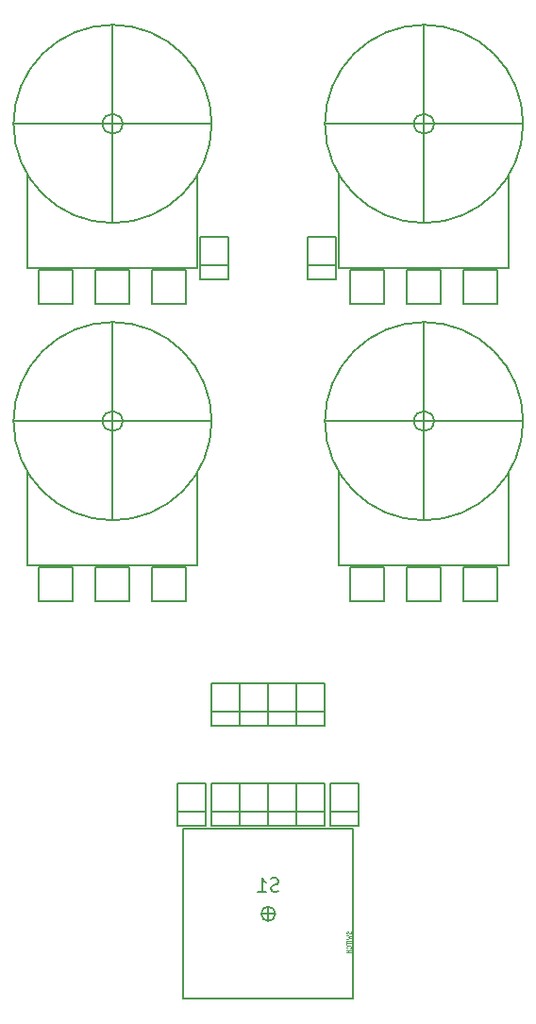
<source format=gbr>
G04 #@! TF.GenerationSoftware,KiCad,Pcbnew,(5.1.6-0-10_14)*
G04 #@! TF.CreationDate,2020-09-27T09:55:32+02:00*
G04 #@! TF.ProjectId,simble-overdrive,73696d62-6c65-42d6-9f76-657264726976,rev?*
G04 #@! TF.SameCoordinates,Original*
G04 #@! TF.FileFunction,Legend,Bot*
G04 #@! TF.FilePolarity,Positive*
%FSLAX46Y46*%
G04 Gerber Fmt 4.6, Leading zero omitted, Abs format (unit mm)*
G04 Created by KiCad (PCBNEW (5.1.6-0-10_14)) date 2020-09-27 09:55:32*
%MOMM*%
%LPD*%
G01*
G04 APERTURE LIST*
%ADD10C,0.127000*%
%ADD11C,0.152400*%
%ADD12C,0.032512*%
G04 APERTURE END LIST*
D10*
X95885000Y-140716000D02*
G75*
G03*
X95885000Y-140716000I-635000J0D01*
G01*
X94615000Y-140716000D02*
X95885000Y-140716000D01*
X95250000Y-140081000D02*
X95250000Y-141351000D01*
D11*
X102870000Y-148336000D02*
X102870000Y-133096000D01*
X87630000Y-148336000D02*
X102870000Y-148336000D01*
X87630000Y-133096000D02*
X87630000Y-148336000D01*
X102870000Y-133096000D02*
X87630000Y-133096000D01*
X97790000Y-132842000D02*
X97790000Y-131572000D01*
X100330000Y-132842000D02*
X97790000Y-132842000D01*
X100330000Y-131572000D02*
X100330000Y-132842000D01*
X100330000Y-131572000D02*
X100330000Y-129032000D01*
X97790000Y-131572000D02*
X100330000Y-131572000D01*
X97790000Y-129032000D02*
X97790000Y-131572000D01*
X100330000Y-129032000D02*
X97790000Y-129032000D01*
X95250000Y-132842000D02*
X95250000Y-131572000D01*
X97790000Y-132842000D02*
X95250000Y-132842000D01*
X97790000Y-131572000D02*
X97790000Y-132842000D01*
X97790000Y-131572000D02*
X97790000Y-129032000D01*
X95250000Y-131572000D02*
X97790000Y-131572000D01*
X95250000Y-129032000D02*
X95250000Y-131572000D01*
X97790000Y-129032000D02*
X95250000Y-129032000D01*
X87122000Y-132842000D02*
X87122000Y-131572000D01*
X89662000Y-132842000D02*
X87122000Y-132842000D01*
X89662000Y-131572000D02*
X89662000Y-132842000D01*
X89662000Y-131572000D02*
X89662000Y-129032000D01*
X87122000Y-131572000D02*
X89662000Y-131572000D01*
X87122000Y-129032000D02*
X87122000Y-131572000D01*
X89662000Y-129032000D02*
X87122000Y-129032000D01*
X100838000Y-132842000D02*
X100838000Y-131572000D01*
X103378000Y-132842000D02*
X100838000Y-132842000D01*
X103378000Y-131572000D02*
X103378000Y-132842000D01*
X103378000Y-131572000D02*
X103378000Y-129032000D01*
X100838000Y-131572000D02*
X103378000Y-131572000D01*
X100838000Y-129032000D02*
X100838000Y-131572000D01*
X103378000Y-129032000D02*
X100838000Y-129032000D01*
X92710000Y-132842000D02*
X92710000Y-131572000D01*
X95250000Y-132842000D02*
X92710000Y-132842000D01*
X95250000Y-131572000D02*
X95250000Y-132842000D01*
X95250000Y-131572000D02*
X95250000Y-129032000D01*
X92710000Y-131572000D02*
X95250000Y-131572000D01*
X92710000Y-129032000D02*
X92710000Y-131572000D01*
X95250000Y-129032000D02*
X92710000Y-129032000D01*
X90170000Y-132842000D02*
X90170000Y-131572000D01*
X92710000Y-132842000D02*
X90170000Y-132842000D01*
X92710000Y-131572000D02*
X92710000Y-132842000D01*
X92710000Y-131572000D02*
X92710000Y-129032000D01*
X90170000Y-131572000D02*
X92710000Y-131572000D01*
X90170000Y-129032000D02*
X90170000Y-131572000D01*
X92710000Y-129032000D02*
X90170000Y-129032000D01*
D10*
X110118000Y-96520000D02*
G75*
G03*
X110118000Y-96520000I-898000J0D01*
G01*
X101600000Y-100965000D02*
X101600000Y-109474000D01*
X116840000Y-109474000D02*
X116840000Y-100965000D01*
X109220000Y-105410000D02*
X109220000Y-87630000D01*
X100330000Y-96520000D02*
X118110000Y-96520000D01*
X101600000Y-109474000D02*
X116840000Y-109474000D01*
X102616000Y-109601000D02*
X105664000Y-109601000D01*
X107696000Y-109601000D02*
X110744000Y-109601000D01*
X112776000Y-109601000D02*
X115824000Y-109601000D01*
X102616000Y-109601000D02*
X102616000Y-112649000D01*
X102616000Y-112649000D02*
X105664000Y-112649000D01*
X105664000Y-112649000D02*
X105664000Y-109601000D01*
X107696000Y-109601000D02*
X107696000Y-112649000D01*
X107696000Y-112649000D02*
X110744000Y-112649000D01*
X110744000Y-112649000D02*
X110744000Y-109601000D01*
X112776000Y-109601000D02*
X112776000Y-112649000D01*
X112776000Y-112649000D02*
X115824000Y-112649000D01*
X115824000Y-112649000D02*
X115824000Y-109601000D01*
X100330000Y-96520000D02*
G75*
G03*
X109220000Y-105410000I8890000J0D01*
G01*
X109220000Y-105410000D02*
G75*
G03*
X118110000Y-96520000I0J8890000D01*
G01*
X118110000Y-96520002D02*
G75*
G03*
X109220000Y-87630000I-8889901J101D01*
G01*
X109220002Y-87630000D02*
G75*
G03*
X100330000Y-96520000I-101J-8889901D01*
G01*
X82178000Y-69850000D02*
G75*
G03*
X82178000Y-69850000I-898000J0D01*
G01*
X73660000Y-74295000D02*
X73660000Y-82804000D01*
X88900000Y-82804000D02*
X88900000Y-74295000D01*
X81280000Y-78740000D02*
X81280000Y-60960000D01*
X72390000Y-69850000D02*
X90170000Y-69850000D01*
X73660000Y-82804000D02*
X88900000Y-82804000D01*
X74676000Y-82931000D02*
X77724000Y-82931000D01*
X79756000Y-82931000D02*
X82804000Y-82931000D01*
X84836000Y-82931000D02*
X87884000Y-82931000D01*
X74676000Y-82931000D02*
X74676000Y-85979000D01*
X74676000Y-85979000D02*
X77724000Y-85979000D01*
X77724000Y-85979000D02*
X77724000Y-82931000D01*
X79756000Y-82931000D02*
X79756000Y-85979000D01*
X79756000Y-85979000D02*
X82804000Y-85979000D01*
X82804000Y-85979000D02*
X82804000Y-82931000D01*
X84836000Y-82931000D02*
X84836000Y-85979000D01*
X84836000Y-85979000D02*
X87884000Y-85979000D01*
X87884000Y-85979000D02*
X87884000Y-82931000D01*
X72390000Y-69850000D02*
G75*
G03*
X81280000Y-78740000I8890000J0D01*
G01*
X81280000Y-78740000D02*
G75*
G03*
X90170000Y-69850000I0J8890000D01*
G01*
X90170000Y-69850002D02*
G75*
G03*
X81280000Y-60960000I-8889901J101D01*
G01*
X81280002Y-60960000D02*
G75*
G03*
X72390000Y-69850000I-101J-8889901D01*
G01*
X110118000Y-69850000D02*
G75*
G03*
X110118000Y-69850000I-898000J0D01*
G01*
X101600000Y-74295000D02*
X101600000Y-82804000D01*
X116840000Y-82804000D02*
X116840000Y-74295000D01*
X109220000Y-78740000D02*
X109220000Y-60960000D01*
X100330000Y-69850000D02*
X118110000Y-69850000D01*
X101600000Y-82804000D02*
X116840000Y-82804000D01*
X102616000Y-82931000D02*
X105664000Y-82931000D01*
X107696000Y-82931000D02*
X110744000Y-82931000D01*
X112776000Y-82931000D02*
X115824000Y-82931000D01*
X102616000Y-82931000D02*
X102616000Y-85979000D01*
X102616000Y-85979000D02*
X105664000Y-85979000D01*
X105664000Y-85979000D02*
X105664000Y-82931000D01*
X107696000Y-82931000D02*
X107696000Y-85979000D01*
X107696000Y-85979000D02*
X110744000Y-85979000D01*
X110744000Y-85979000D02*
X110744000Y-82931000D01*
X112776000Y-82931000D02*
X112776000Y-85979000D01*
X112776000Y-85979000D02*
X115824000Y-85979000D01*
X115824000Y-85979000D02*
X115824000Y-82931000D01*
X100330000Y-69850000D02*
G75*
G03*
X109220000Y-78740000I8890000J0D01*
G01*
X109220000Y-78740000D02*
G75*
G03*
X118110000Y-69850000I0J8890000D01*
G01*
X118110000Y-69850002D02*
G75*
G03*
X109220000Y-60960000I-8889901J101D01*
G01*
X109220002Y-60960000D02*
G75*
G03*
X100330000Y-69850000I-101J-8889901D01*
G01*
D11*
X95250000Y-120015000D02*
X92710000Y-120015000D01*
X92710000Y-120015000D02*
X92710000Y-122555000D01*
X92710000Y-122555000D02*
X95250000Y-122555000D01*
X95250000Y-122555000D02*
X95250000Y-120015000D01*
X95250000Y-122555000D02*
X95250000Y-123825000D01*
X95250000Y-123825000D02*
X92710000Y-123825000D01*
X92710000Y-123825000D02*
X92710000Y-122555000D01*
X100330000Y-120015000D02*
X97790000Y-120015000D01*
X97790000Y-120015000D02*
X97790000Y-122555000D01*
X97790000Y-122555000D02*
X100330000Y-122555000D01*
X100330000Y-122555000D02*
X100330000Y-120015000D01*
X100330000Y-122555000D02*
X100330000Y-123825000D01*
X100330000Y-123825000D02*
X97790000Y-123825000D01*
X97790000Y-123825000D02*
X97790000Y-122555000D01*
X97790000Y-120015000D02*
X95250000Y-120015000D01*
X95250000Y-120015000D02*
X95250000Y-122555000D01*
X95250000Y-122555000D02*
X97790000Y-122555000D01*
X97790000Y-122555000D02*
X97790000Y-120015000D01*
X97790000Y-122555000D02*
X97790000Y-123825000D01*
X97790000Y-123825000D02*
X95250000Y-123825000D01*
X95250000Y-123825000D02*
X95250000Y-122555000D01*
X91694000Y-80010000D02*
X89154000Y-80010000D01*
X89154000Y-80010000D02*
X89154000Y-82550000D01*
X89154000Y-82550000D02*
X91694000Y-82550000D01*
X91694000Y-82550000D02*
X91694000Y-80010000D01*
X91694000Y-82550000D02*
X91694000Y-83820000D01*
X91694000Y-83820000D02*
X89154000Y-83820000D01*
X89154000Y-83820000D02*
X89154000Y-82550000D01*
X101346000Y-80010000D02*
X98806000Y-80010000D01*
X98806000Y-80010000D02*
X98806000Y-82550000D01*
X98806000Y-82550000D02*
X101346000Y-82550000D01*
X101346000Y-82550000D02*
X101346000Y-80010000D01*
X101346000Y-82550000D02*
X101346000Y-83820000D01*
X101346000Y-83820000D02*
X98806000Y-83820000D01*
X98806000Y-83820000D02*
X98806000Y-82550000D01*
X92710000Y-120015000D02*
X90170000Y-120015000D01*
X90170000Y-120015000D02*
X90170000Y-122555000D01*
X90170000Y-122555000D02*
X92710000Y-122555000D01*
X92710000Y-122555000D02*
X92710000Y-120015000D01*
X92710000Y-122555000D02*
X92710000Y-123825000D01*
X92710000Y-123825000D02*
X90170000Y-123825000D01*
X90170000Y-123825000D02*
X90170000Y-122555000D01*
D10*
X82178000Y-96520000D02*
G75*
G03*
X82178000Y-96520000I-898000J0D01*
G01*
X73660000Y-100965000D02*
X73660000Y-109474000D01*
X88900000Y-109474000D02*
X88900000Y-100965000D01*
X81280000Y-105410000D02*
X81280000Y-87630000D01*
X72390000Y-96520000D02*
X90170000Y-96520000D01*
X73660000Y-109474000D02*
X88900000Y-109474000D01*
X74676000Y-109601000D02*
X77724000Y-109601000D01*
X79756000Y-109601000D02*
X82804000Y-109601000D01*
X84836000Y-109601000D02*
X87884000Y-109601000D01*
X74676000Y-109601000D02*
X74676000Y-112649000D01*
X74676000Y-112649000D02*
X77724000Y-112649000D01*
X77724000Y-112649000D02*
X77724000Y-109601000D01*
X79756000Y-109601000D02*
X79756000Y-112649000D01*
X79756000Y-112649000D02*
X82804000Y-112649000D01*
X82804000Y-112649000D02*
X82804000Y-109601000D01*
X84836000Y-109601000D02*
X84836000Y-112649000D01*
X84836000Y-112649000D02*
X87884000Y-112649000D01*
X87884000Y-112649000D02*
X87884000Y-109601000D01*
X72390000Y-96520000D02*
G75*
G03*
X81280000Y-105410000I8890000J0D01*
G01*
X81280000Y-105410000D02*
G75*
G03*
X90170000Y-96520000I0J8890000D01*
G01*
X90170000Y-96520002D02*
G75*
G03*
X81280000Y-87630000I-8889901J101D01*
G01*
X81280002Y-87630000D02*
G75*
G03*
X72390000Y-96520000I-101J-8889901D01*
G01*
D11*
X96169238Y-138664345D02*
X95996880Y-138721797D01*
X95709619Y-138721797D01*
X95594714Y-138664345D01*
X95537261Y-138606892D01*
X95479809Y-138491988D01*
X95479809Y-138377083D01*
X95537261Y-138262178D01*
X95594714Y-138204726D01*
X95709619Y-138147273D01*
X95939428Y-138089821D01*
X96054333Y-138032369D01*
X96111785Y-137974916D01*
X96169238Y-137860011D01*
X96169238Y-137745107D01*
X96111785Y-137630202D01*
X96054333Y-137572750D01*
X95939428Y-137515297D01*
X95652166Y-137515297D01*
X95479809Y-137572750D01*
X94330761Y-138721797D02*
X95020190Y-138721797D01*
X94675476Y-138721797D02*
X94675476Y-137515297D01*
X94790380Y-137687654D01*
X94905285Y-137802559D01*
X95020190Y-137860011D01*
D12*
X102645270Y-142290800D02*
X102663655Y-142345954D01*
X102663655Y-142437878D01*
X102645270Y-142474647D01*
X102626885Y-142493032D01*
X102590116Y-142511417D01*
X102553346Y-142511417D01*
X102516577Y-142493032D01*
X102498192Y-142474647D01*
X102479807Y-142437878D01*
X102461422Y-142364339D01*
X102443038Y-142327569D01*
X102424653Y-142309184D01*
X102387883Y-142290800D01*
X102351114Y-142290800D01*
X102314344Y-142309184D01*
X102295960Y-142327569D01*
X102277575Y-142364339D01*
X102277575Y-142456262D01*
X102295960Y-142511417D01*
X102277575Y-142640110D02*
X102663655Y-142732034D01*
X102387883Y-142805573D01*
X102663655Y-142879112D01*
X102277575Y-142971036D01*
X102663655Y-143118114D02*
X102277575Y-143118114D01*
X102277575Y-143246807D02*
X102277575Y-143467424D01*
X102663655Y-143357116D02*
X102277575Y-143357116D01*
X102626885Y-143816735D02*
X102645270Y-143798350D01*
X102663655Y-143743196D01*
X102663655Y-143706426D01*
X102645270Y-143651272D01*
X102608500Y-143614502D01*
X102571731Y-143596118D01*
X102498192Y-143577733D01*
X102443038Y-143577733D01*
X102369499Y-143596118D01*
X102332729Y-143614502D01*
X102295960Y-143651272D01*
X102277575Y-143706426D01*
X102277575Y-143743196D01*
X102295960Y-143798350D01*
X102314344Y-143816735D01*
X102663655Y-143982198D02*
X102277575Y-143982198D01*
X102461422Y-143982198D02*
X102461422Y-144202815D01*
X102663655Y-144202815D02*
X102277575Y-144202815D01*
M02*

</source>
